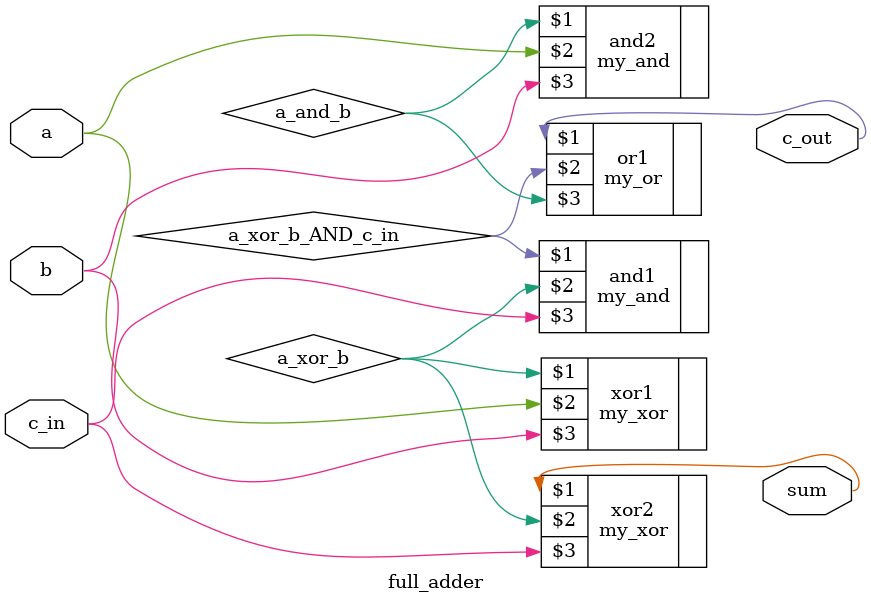
<source format=v>

module full_adder (output sum, c_out, input a, b, c_in);
	my_xor xor1 (a_xor_b, a, b);
	my_xor xor2 (sum, a_xor_b, c_in);
	my_and and1 (a_xor_b_AND_c_in, a_xor_b, c_in);
	my_and and2 (a_and_b, a, b);
	my_or  or1  (c_out, a_xor_b_AND_c_in, a_and_b);
endmodule 
</source>
